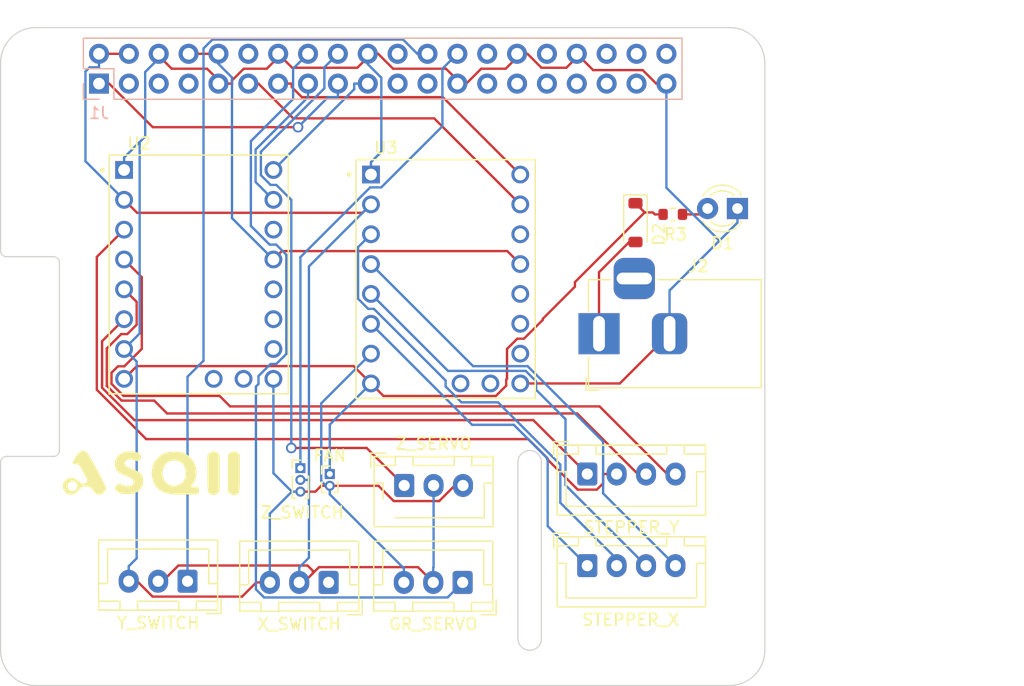
<source format=kicad_pcb>
(kicad_pcb (version 20240108) (generator "pcbnew") (generator_version "8.0")
  (title_block (date "15 nov 2012"))
  (layers (0 "F.Cu" signal) (31 "B.Cu" signal) (34 "B.Paste" user) (35 "F.Paste" user) (36 "B.SilkS" user "B.Silkscreen") (37 "F.SilkS" user "F.Silkscreen") (38 "B.Mask" user) (39 "F.Mask" user) (44 "Edge.Cuts" user))
  (net 0 "")
  (net 1 "GND")
  (net 2 "/GPIO2{slash}SDA1")
  (net 3 "/GPIO3{slash}SCL1")
  (net 4 "/GPIO4{slash}GPCLK0")
  (net 5 "Net-(D1-A)")
  (net 6 "Net-(D2-A)")
  (net 7 "VM")
  (net 8 "/GPIO18{slash}PCM.CLK")
  (net 9 "DIR_1")
  (net 10 "Y_SWITCH")
  (net 11 "UART")
  (net 12 "Z_SWITCH")
  (net 13 "GR_SERVO")
  (net 14 "/GPIO9{slash}SPI0.MISO")
  (net 15 "Z_SERVO")
  (net 16 "/GPIO11{slash}SPI0.SCLK")
  (net 17 "X_SWITCH")
  (net 18 "DIR_2")
  (net 19 "/ID_SDA")
  (net 20 "/ID_SCL")
  (net 21 "/GPIO5")
  (net 22 "/GPIO6")
  (net 23 "/GPIO12{slash}PWM0")
  (net 24 "/GPIO13{slash}PWM1")
  (net 25 "/GPIO19{slash}PCM.FS")
  (net 26 "/GPIO16")
  (net 27 "/GPIO26")
  (net 28 "/GPIO20{slash}PCM.DIN")
  (net 29 "/GPIO21{slash}PCM.DOUT")
  (net 30 "+5V")
  (net 31 "+3V3")
  (net 32 "STEP_2")
  (net 33 "STEP_1")
  (net 36 "M1A2")
  (net 39 "M2B2")
  (net 40 "M2A2")
  (net 42 "M1B2")
  (net 45 "M2B1")
  (net 48 "M1B1")
  (net 49 "M1A1")
  (net 52 "M2A1")
  (footprint "MountingHole:MountingHole_2.7mm_M2.5" (layer "F.Cu") (at 161.5 47.5)
    (property "Reference" "MH2" (hide yes))
    (property "Value" "MountingHole_2.7mm_M2.5" (hide yes))
    (pad "" np_thru_hole circle (at 0 0) (size 2.7 2.7) (drill 2.7) (layers "*.Cu" "*.Mask"))
  )
  (footprint "Connector_PinHeader_1.00mm:PinHeader_1x02_P1.00mm_Vertical" (layer "F.Cu") (at 128 82)
    (property "Reference" "FAN" (at 0 -1.56 180) (layer "F.SilkS"))
    (property "Value" "FAN")
    (pad "1" thru_hole rect (at 0 0) (size 0.85 0.85) (drill 0.5) (layers "*.Cu" "*.Mask") (net 7 "VM"))
    (pad "2" thru_hole oval (at 0 1) (size 0.85 0.85) (drill 0.5) (layers "*.Cu" "*.Mask") (net 1 "GND"))
  )
  (footprint "Diode_SMD:D_SOD-123" (layer "F.Cu") (at 154 60.6 -90)
    (property "Reference" "D2" (at 1 -2 90) (layer "F.SilkS"))
    (property "Value" "1N5819 ")
    (pad "1" smd roundrect (at -1.65 0 270) (size 0.9 1.2) (layers "F.Cu" "F.Paste" "F.Mask") (net 7 "VM"))
    (pad "2" smd roundrect (at 1.65 0 270) (size 0.9 1.2) (layers "F.Cu" "F.Paste" "F.Mask") (net 6 "Net-(D2-A)"))
  )
  (footprint "Connector_JST:JST_XH_B3B-XH-A_1x03_P2.50mm_Vertical" (layer "F.Cu") (at 115.9 91.125 180)
    (property "Reference" "Y_SWITCH" (at 2.5 -3.55 0) (layer "F.SilkS"))
    (property "Value" "Y_SWITCH")
    (pad "1" thru_hole roundrect (at 0 0 180) (size 1.7 1.95) (drill 0.95) (layers "*.Cu" "*.Mask") (roundrect_rratio 0.147059) (net 10 "Y_SWITCH"))
    (pad "2" thru_hole oval (at 2.5 0 180) (size 1.7 1.95) (drill 0.95) (layers "*.Cu" "*.Mask") (net 30 "+5V"))
    (pad "3" thru_hole oval (at 5 0 180) (size 1.7 1.95) (drill 0.95) (layers "*.Cu" "*.Mask") (net 1 "GND"))
  )
  (footprint "Connector_JST:JST_XH_B3B-XH-AM_1x03_P2.50mm_Vertical" (layer "F.Cu") (at 134.33 82.975)
    (property "Reference" "Z_SERVO" (at 2.5 -3.55 0) (layer "F.SilkS"))
    (property "Value" "Z_SERVO")
    (pad "" np_thru_hole circle (at -1.6 2) (size 1.2 1.2) (drill 1.2) (layers "*.Cu" "*.Mask"))
    (pad "1" thru_hole roundrect (at 0 0) (size 1.7 1.95) (drill 0.95) (layers "*.Cu" "*.Mask") (roundrect_rratio 0.147059) (net 15 "Z_SERVO"))
    (pad "2" thru_hole oval (at 2.5 0) (size 1.7 1.95) (drill 0.95) (layers "*.Cu" "*.Mask") (net 30 "+5V"))
    (pad "3" thru_hole oval (at 5 0) (size 1.7 1.95) (drill 0.95) (layers "*.Cu" "*.Mask") (net 1 "GND"))
  )
  (footprint "logos:asqii.logo" (layer "F.Cu") (at 113 82)
    (property "Reference" "G***" (hide yes))
    (property "Value" "LOGO" (hide yes))
  )
  (footprint "Connector_JST:JST_XH_B4B-XH-A_1x04_P2.50mm_Vertical" (layer "F.Cu") (at 149.9 89.8)
    (property "Reference" "STEPPER_X" (at 3.694 4.612 0) (layer "F.SilkS"))
    (property "Value" "STEPPER_X")
    (pad "1" thru_hole roundrect (at 0 0) (size 1.7 1.95) (drill 0.95) (layers "*.Cu" "*.Mask") (roundrect_rratio 0.147059) (net 45 "M2B1"))
    (pad "2" thru_hole oval (at 2.5 0) (size 1.7 1.95) (drill 0.95) (layers "*.Cu" "*.Mask") (net 48 "M1B1"))
    (pad "3" thru_hole oval (at 5 0) (size 1.7 1.95) (drill 0.95) (layers "*.Cu" "*.Mask") (net 52 "M2A1"))
    (pad "4" thru_hole oval (at 7.5 0) (size 1.7 1.95) (drill 0.95) (layers "*.Cu" "*.Mask") (net 49 "M1A1"))
  )
  (footprint "TMC2209:MODULE_TMC2209_SILENTSTEPSTICK" (layer "F.Cu") (at 116.855 65.01)
    (property "Reference" "U2" (at -5.075 -11.155 0) (layer "F.SilkS"))
    (property "Value" "TMC2209_SILENTSTEPSTICK")
    (pad "1" thru_hole rect (at -6.35 -8.89) (size 1.508 1.508) (drill 1) (layers "*.Cu" "*.Mask") (net 1 "GND"))
    (pad "2" thru_hole circle (at -6.35 -6.35) (size 1.508 1.508) (drill 1) (layers "*.Cu" "*.Mask") (net 30 "+5V"))
    (pad "3" thru_hole circle (at -6.35 -3.81) (size 1.508 1.508) (drill 1) (layers "*.Cu" "*.Mask") (net 42 "M1B2"))
    (pad "4" thru_hole circle (at -6.35 -1.27) (size 1.508 1.508) (drill 1) (layers "*.Cu" "*.Mask") (net 36 "M1A2"))
    (pad "5" thru_hole circle (at -6.35 1.27) (size 1.508 1.508) (drill 1) (layers "*.Cu" "*.Mask") (net 40 "M2A2"))
    (pad "6" thru_hole circle (at -6.35 3.81) (size 1.508 1.508) (drill 1) (layers "*.Cu" "*.Mask") (net 39 "M2B2"))
    (pad "7" thru_hole circle (at -6.35 6.35) (size 1.508 1.508) (drill 1) (layers "*.Cu" "*.Mask") (net 1 "GND"))
    (pad "8" thru_hole circle (at -6.35 8.89) (size 1.508 1.508) (drill 1) (layers "*.Cu" "*.Mask") (net 7 "VM"))
    (pad "9" thru_hole circle (at 6.35 -8.89) (size 1.508 1.508) (drill 1) (layers "*.Cu" "*.Mask") (net 18 "DIR_2"))
    (pad "10" thru_hole circle (at 6.35 -6.35) (size 1.508 1.508) (drill 1) (layers "*.Cu" "*.Mask") (net 32 "STEP_2"))
    (pad "11" thru_hole circle (at 6.35 -3.81) (size 1.508 1.508) (drill 1) (layers "*.Cu" "*.Mask"))
    (pad "12" thru_hole circle (at 6.35 -1.27) (size 1.508 1.508) (drill 1) (layers "*.Cu" "*.Mask") (net 11 "UART"))
    (pad "13" thru_hole circle (at 6.35 1.27) (size 1.508 1.508) (drill 1) (layers "*.Cu" "*.Mask"))
    (pad "14" thru_hole circle (at 6.35 3.81) (size 1.508 1.508) (drill 1) (layers "*.Cu" "*.Mask"))
    (pad "15" thru_hole circle (at 6.35 6.35) (size 1.508 1.508) (drill 1) (layers "*.Cu" "*.Mask"))
    (pad "16" thru_hole circle (at 6.35 8.89) (size 1.508 1.508) (drill 1) (layers "*.Cu" "*.Mask") (net 1 "GND"))
    (pad "17" thru_hole circle (at 1.27 8.89) (size 1.508 1.508) (drill 1) (layers "*.Cu" "*.Mask"))
    (pad "18" thru_hole circle (at 3.81 8.89) (size 1.508 1.508) (drill 1) (layers "*.Cu" "*.Mask"))
  )
  (footprint "MountingHole:MountingHole_2.7mm_M2.5" (layer "F.Cu") (at 103.5 96.5)
    (property "Reference" "MH3" (hide yes))
    (property "Value" "MountingHole_2.7mm_M2.5" (hide yes))
    (pad "" np_thru_hole circle (at 0 0) (size 2.7 2.7) (drill 2.7) (layers "*.Cu" "*.Mask"))
  )
  (footprint "MountingHole:MountingHole_2.7mm_M2.5" (layer "F.Cu") (at 103.5 47.5)
    (property "Reference" "MH1" (hide yes))
    (property "Value" "MountingHole_2.7mm_M2.5" (hide yes))
    (pad "" np_thru_hole circle (at 0 0) (size 2.7 2.7) (drill 2.7) (layers "*.Cu" "*.Mask"))
  )
  (footprint "Connector_PinHeader_1.00mm:PinHeader_1x03_P1.00mm_Vertical" (layer "F.Cu") (at 125.5 81.5)
    (property "Reference" "Z_SWITCH" (at 0.154 3.768 180) (layer "F.SilkS"))
    (property "Value" "Z_SWITCH")
    (pad "1" thru_hole rect (at 0 0) (size 0.85 0.85) (drill 0.5) (layers "*.Cu" "*.Mask") (net 12 "Z_SWITCH"))
    (pad "2" thru_hole oval (at 0 1) (size 0.85 0.85) (drill 0.5) (layers "*.Cu" "*.Mask") (net 30 "+5V"))
    (pad "3" thru_hole oval (at 0 2) (size 0.85 0.85) (drill 0.5) (layers "*.Cu" "*.Mask") (net 1 "GND"))
  )
  (footprint "LED_THT:LED_D3.0mm" (layer "F.Cu") (at 162.675 59.4 180)
    (property "Reference" "D1" (at 1.27 -2.96 0) (layer "F.SilkS"))
    (property "Value" "LED")
    (pad "1" thru_hole rect (at 0 0 180) (size 1.8 1.8) (drill 0.9) (layers "*.Cu" "*.Mask") (net 1 "GND"))
    (pad "2" thru_hole circle (at 2.54 0 180) (size 1.8 1.8) (drill 0.9) (layers "*.Cu" "*.Mask") (net 5 "Net-(D1-A)"))
  )
  (footprint "Connector_JST:JST_XH_B3B-XH-A_1x03_P2.50mm_Vertical" (layer "F.Cu") (at 127.9 91.225 180)
    (property "Reference" "X_SWITCH" (at 2.5 -3.55 0) (layer "F.SilkS"))
    (property "Value" "X_SWITCH")
    (pad "1" thru_hole roundrect (at 0 0 180) (size 1.7 1.95) (drill 0.95) (layers "*.Cu" "*.Mask") (roundrect_rratio 0.147059) (net 17 "X_SWITCH"))
    (pad "2" thru_hole oval (at 2.5 0 180) (size 1.7 1.95) (drill 0.95) (layers "*.Cu" "*.Mask") (net 30 "+5V"))
    (pad "3" thru_hole oval (at 5 0 180) (size 1.7 1.95) (drill 0.95) (layers "*.Cu" "*.Mask") (net 1 "GND"))
  )
  (footprint "MountingHole:MountingHole_2.7mm_M2.5" (layer "F.Cu") (at 161.5 96.5)
    (property "Reference" "MH4" (hide yes))
    (property "Value" "MountingHole_2.7mm_M2.5" (hide yes))
    (pad "" np_thru_hole circle (at 0 0) (size 2.7 2.7) (drill 2.7) (layers "*.Cu" "*.Mask"))
  )
  (footprint "Connector_JST:JST_XH_B3B-XH-A_1x03_P2.50mm_Vertical" (layer "F.Cu") (at 139.3 91.225 180)
    (property "Reference" "GR_SERVO" (at 2.5 -3.55 0) (layer "F.SilkS"))
    (property "Value" "GR_SERVO")
    (pad "1" thru_hole roundrect (at 0 0 180) (size 1.7 1.95) (drill 0.95) (layers "*.Cu" "*.Mask") (roundrect_rratio 0.147059) (net 13 "GR_SERVO"))
    (pad "2" thru_hole oval (at 2.5 0 180) (size 1.7 1.95) (drill 0.95) (layers "*.Cu" "*.Mask") (net 30 "+5V"))
    (pad "3" thru_hole oval (at 5 0 180) (size 1.7 1.95) (drill 0.95) (layers "*.Cu" "*.Mask") (net 1 "GND"))
  )
  (footprint "Resistor_SMD:R_0603_1608Metric" (layer "F.Cu") (at 157.175 59.9 180)
    (property "Reference" "R3" (at -0.225 -1.7 0) (layer "F.SilkS"))
    (property "Value" "470Ω")
    (pad "1" smd roundrect (at -0.825 0 180) (size 0.8 0.95) (layers "F.Cu" "F.Paste" "F.Mask") (net 5 "Net-(D1-A)"))
    (pad "2" smd roundrect (at 0.825 0 180) (size 0.8 0.95) (layers "F.Cu" "F.Paste" "F.Mask") (net 7 "VM"))
  )
  (footprint "Connector_JST:JST_XH_B4B-XH-A_1x04_P2.50mm_Vertical" (layer "F.Cu") (at 149.9 82)
    (property "Reference" "STEPPER_Y" (at 3.75 4.538 0) (layer "F.SilkS"))
    (property "Value" "STEPPER_Y")
    (pad "1" thru_hole roundrect (at 0 0) (size 1.7 1.95) (drill 0.95) (layers "*.Cu" "*.Mask") (roundrect_rratio 0.147059) (net 39 "M2B2"))
    (pad "2" thru_hole oval (at 2.5 0) (size 1.7 1.95) (drill 0.95) (layers "*.Cu" "*.Mask") (net 42 "M1B2"))
    (pad "3" thru_hole oval (at 5 0) (size 1.7 1.95) (drill 0.95) (layers "*.Cu" "*.Mask") (net 40 "M2A2"))
    (pad "4" thru_hole oval (at 7.5 0) (size 1.7 1.95) (drill 0.95) (layers "*.Cu" "*.Mask") (net 36 "M1A2"))
  )
  (footprint "Connector_BarrelJack:BarrelJack_Horizontal" (layer "F.Cu") (at 150.9 70.0575 180)
    (property "Reference" "J2" (at -8.45 5.75 0) (layer "F.SilkS"))
    (property "Value" "Barrel_Jack")
    (pad "1" thru_hole rect (at 0 0 180) (size 3.5 3.5) (drill oval 1 3) (layers "*.Cu" "*.Mask") (net 6 "Net-(D2-A)"))
    (pad "2" thru_hole roundrect (at -6 0 180) (size 3 3.5) (drill oval 1 3) (layers "*.Cu" "*.Mask") (net 1 "GND"))
    (pad "3" thru_hole roundrect (at -3 4.7 180) (size 3.5 3.5) (drill oval 3 1) (layers "*.Cu" "*.Mask"))
  )
  (footprint "TMC2209:MODULE_TMC2209_SILENTSTEPSTICK" (layer "F.Cu") (at 137.8525 65.4)
    (property "Reference" "U3" (at -5.075 -11.155 0) (layer "F.SilkS"))
    (property "Value" "TMC2209_SILENTSTEPSTICK")
    (pad "1" thru_hole rect (at -6.35 -8.89) (size 1.508 1.508) (drill 1) (layers "*.Cu" "*.Mask") (net 1 "GND"))
    (pad "2" thru_hole circle (at -6.35 -6.35) (size 1.508 1.508) (drill 1) (layers "*.Cu" "*.Mask") (net 30 "+5V"))
    (pad "3" thru_hole circle (at -6.35 -3.81) (size 1.508 1.508) (drill 1) (layers "*.Cu" "*.Mask") (net 48 "M1B1"))
    (pad "4" thru_hole circle (at -6.35 -1.27) (size 1.508 1.508) (drill 1) (layers "*.Cu" "*.Mask") (net 49 "M1A1"))
    (pad "5" thru_hole circle (at -6.35 1.27) (size 1.508 1.508) (drill 1) (layers "*.Cu" "*.Mask") (net 52 "M2A1"))
    (pad "6" thru_hole circle (at -6.35 3.81) (size 1.508 1.508) (drill 1) (layers "*.Cu" "*.Mask") (net 45 "M2B1"))
    (pad "7" thru_hole circle (at -6.35 6.35) (size 1.508 1.508) (drill 1) (layers "*.Cu" "*.Mask") (net 1 "GND"))
    (pad "8" thru_hole circle (at -6.35 8.89) (size 1.508 1.508) (drill 1) (layers "*.Cu" "*.Mask") (net 7 "VM"))
    (pad "9" thru_hole circle (at 6.35 -8.89) (size 1.508 1.508) (drill 1) (layers "*.Cu" "*.Mask") (net 9 "DIR_1"))
    (pad "10" thru_hole circle (at 6.35 -6.35) (size 1.508 1.508) (drill 1) (layers "*.Cu" "*.Mask") (net 33 "STEP_1"))
    (pad "11" thru_hole circle (at 6.35 -3.81) (size 1.508 1.508) (drill 1) (layers "*.Cu" "*.Mask"))
    (pad "12" thru_hole circle (at 6.35 -1.27) (size 1.508 1.508) (drill 1) (layers "*.Cu" "*.Mask") (net 11 "UART"))
    (pad "13" thru_hole circle (at 6.35 1.27) (size 1.508 1.508) (drill 1) (layers "*.Cu" "*.Mask"))
    (pad "14" thru_hole circle (at 6.35 3.81) (size 1.508 1.508) (drill 1) (layers "*.Cu" "*.Mask"))
    (pad "15" thru_hole circle (at 6.35 6.35) (size 1.508 1.508) (drill 1) (layers "*.Cu" "*.Mask"))
    (pad "16" thru_hole circle (at 6.35 8.89) (size 1.508 1.508) (drill 1) (layers "*.Cu" "*.Mask") (net 1 "GND"))
    (pad "17" thru_hole circle (at 1.27 8.89) (size 1.508 1.508) (drill 1) (layers "*.Cu" "*.Mask"))
    (pad "18" thru_hole circle (at 3.81 8.89) (size 1.508 1.508) (drill 1) (layers "*.Cu" "*.Mask"))
  )
  (footprint "Connector_PinSocket_2.54mm:PinSocket_2x20_P2.54mm_Vertical" (layer "B.Cu") (at 108.37 48.77 -90)
    (property "Reference" "J1" (at 2.5 0 0) (layer "B.SilkS") (effects (justify mirror)))
    (property "Value" "GPIO")
    (pad "1" thru_hole rect (at 0 0 270) (size 1.7 1.7) (drill 1) (layers "*.Cu" "*.Mask") (net 31 "+3V3"))
    (pad "2" thru_hole oval (at -2.54 0 270) (size 1.7 1.7) (drill 1) (layers "*.Cu" "*.Mask") (net 30 "+5V"))
    (pad "3" thru_hole oval (at 0 -2.54 270) (size 1.7 1.7) (drill 1) (layers "*.Cu" "*.Mask") (net 2 "/GPIO2{slash}SDA1"))
    (pad "4" thru_hole oval (at -2.54 -2.54 270) (size 1.7 1.7) (drill 1) (layers "*.Cu" "*.Mask") (net 30 "+5V"))
    (pad "5" thru_hole oval (at 0 -5.08 270) (size 1.7 1.7) (drill 1) (layers "*.Cu" "*.Mask") (net 3 "/GPIO3{slash}SCL1"))
    (pad "6" thru_hole oval (at -2.54 -5.08 270) (size 1.7 1.7) (drill 1) (layers "*.Cu" "*.Mask") (net 1 "GND"))
    (pad "7" thru_hole oval (at 0 -7.62 270) (size 1.7 1.7) (drill 1) (layers "*.Cu" "*.Mask") (net 4 "/GPIO4{slash}GPCLK0"))
    (pad "8" thru_hole oval (at -2.54 -7.62 270) (size 1.7 1.7) (drill 1) (layers "*.Cu" "*.Mask") (net 11 "UART"))
    (pad "9" thru_hole oval (at 0 -10.16 270) (size 1.7 1.7) (drill 1) (layers "*.Cu" "*.Mask") (net 1 "GND"))
    (pad "10" thru_hole oval (at -2.54 -10.16 270) (size 1.7 1.7) (drill 1) (layers "*.Cu" "*.Mask") (net 11 "UART"))
    (pad "11" thru_hole oval (at 0 -12.7 270) (size 1.7 1.7) (drill 1) (layers "*.Cu" "*.Mask") (net 33 "STEP_1"))
    (pad "12" thru_hole oval (at -2.54 -12.7 270) (size 1.7 1.7) (drill 1) (layers "*.Cu" "*.Mask") (net 8 "/GPIO18{slash}PCM.CLK"))
    (pad "13" thru_hole oval (at 0 -15.24 270) (size 1.7 1.7) (drill 1) (layers "*.Cu" "*.Mask") (net 9 "DIR_1"))
    (pad "14" thru_hole oval (at -2.54 -15.24 270) (size 1.7 1.7) (drill 1) (layers "*.Cu" "*.Mask") (net 1 "GND"))
    (pad "15" thru_hole oval (at 0 -17.78 270) (size 1.7 1.7) (drill 1) (layers "*.Cu" "*.Mask") (net 32 "STEP_2"))
    (pad "16" thru_hole oval (at -2.54 -17.78 270) (size 1.7 1.7) (drill 1) (layers "*.Cu" "*.Mask") (net 13 "GR_SERVO"))
    (pad "17" thru_hole oval (at 0 -20.32 270) (size 1.7 1.7) (drill 1) (layers "*.Cu" "*.Mask") (net 31 "+3V3"))
    (pad "18" thru_hole oval (at -2.54 -20.32 270) (size 1.7 1.7) (drill 1) (layers "*.Cu" "*.Mask") (net 15 "Z_SERVO"))
    (pad "19" thru_hole oval (at 0 -22.86 270) (size 1.7 1.7) (drill 1) (layers "*.Cu" "*.Mask") (net 18 "DIR_2"))
    (pad "20" thru_hole oval (at -2.54 -22.86 270) (size 1.7 1.7) (drill 1) (layers "*.Cu" "*.Mask") (net 1 "GND"))
    (pad "21" thru_hole oval (at 0 -25.4 270) (size 1.7 1.7) (drill 1) (layers "*.Cu" "*.Mask") (net 14 "/GPIO9{slash}SPI0.MISO"))
    (pad "22" thru_hole oval (at -2.54 -25.4 270) (size 1.7 1.7) (drill 1) (layers "*.Cu" "*.Mask") (net 17 "X_SWITCH"))
    (pad "23" thru_hole oval (at 0 -27.94 270) (size 1.7 1.7) (drill 1) (layers "*.Cu" "*.Mask") (net 16 "/GPIO11{slash}SPI0.SCLK"))
    (pad "24" thru_hole oval (at -2.54 -27.94 270) (size 1.7 1.7) (drill 1) (layers "*.Cu" "*.Mask") (net 10 "Y_SWITCH"))
    (pad "25" thru_hole oval (at 0 -30.48 270) (size 1.7 1.7) (drill 1) (layers "*.Cu" "*.Mask") (net 1 "GND"))
    (pad "26" thru_hole oval (at -2.54 -30.48 270) (size 1.7 1.7) (drill 1) (layers "*.Cu" "*.Mask") (net 12 "Z_SWITCH"))
    (pad "27" thru_hole oval (at 0 -33.02 270) (size 1.7 1.7) (drill 1) (layers "*.Cu" "*.Mask") (net 19 "/ID_SDA"))
    (pad "28" thru_hole oval (at -2.54 -33.02 270) (size 1.7 1.7) (drill 1) (layers "*.Cu" "*.Mask") (net 20 "/ID_SCL"))
    (pad "29" thru_hole oval (at 0 -35.56 270) (size 1.7 1.7) (drill 1) (layers "*.Cu" "*.Mask") (net 21 "/GPIO5"))
    (pad "30" thru_hole oval (at -2.54 -35.56 270) (size 1.7 1.7) (drill 1) (layers "*.Cu" "*.Mask") (net 1 "GND"))
    (pad "31" thru_hole oval (at 0 -38.1 270) (size 1.7 1.7) (drill 1) (layers "*.Cu" "*.Mask") (net 22 "/GPIO6"))
    (pad "32" thru_hole oval (at -2.54 -38.1 270) (size 1.7 1.7) (drill 1) (layers "*.Cu" "*.Mask") (net 23 "/GPIO12{slash}PWM0"))
    (pad "33" thru_hole oval (at 0 -40.64 270) (size 1.7 1.7) (drill 1) (layers "*.Cu" "*.Mask") (net 24 "/GPIO13{slash}PWM1"))
    (pad "34" thru_hole oval (at -2.54 -40.64 270) (size 1.7 1.7) (drill 1) (layers "*.Cu" "*.Mask") (net 1 "GND"))
    (pad "35" thru_hole oval (at 0 -43.18 270) (size 1.7 1.7) (drill 1) (layers "*.Cu" "*.Mask") (net 25 "/GPIO19{slash}PCM.FS"))
    (pad "36" thru_hole oval (at -2.54 -43.18 270) (size 1.7 1.7) (drill 1) (layers "*.Cu" "*.Mask") (net 26 "/GPIO16"))
    (pad "37" thru_hole oval (at 0 -45.72 270) (size 1.7 1.7) (drill 1) (layers "*.Cu" "*.Mask") (net 27 "/GPIO26"))
    (pad "38" thru_hole oval (at -2.54 -45.72 270) (size 1.7 1.7) (drill 1) (layers "*.Cu" "*.Mask") (net 28 "/GPIO20{slash}PCM.DIN"))
    (pad "39" thru_hole oval (at 0 -48.26 270) (size 1.7 1.7) (drill 1) (layers "*.Cu" "*.Mask") (net 1 "GND"))
    (pad "40" thru_hole oval (at -2.54 -48.26 270) (size 1.7 1.7) (drill 1) (layers "*.Cu" "*.Mask") (net 29 "/GPIO21{slash}PCM.DOUT"))
  )
  (gr_arc (start 100.5 63.5) (mid 100.146447 63.353553) (end 100 63) (stroke (width 0.1)) (layer "Edge.Cuts"))
  (gr_arc (start 162 44) (mid 164.12132 44.87868) (end 165 47) (stroke (width 0.1)) (layer "Edge.Cuts"))
  (gr_line (start 165 97) (end 165 47) (stroke (width 0.1)) (layer "Edge.Cuts"))
  (gr_line (start 100 47) (end 100 63) (stroke (width 0.1)) (layer "Edge.Cuts"))
  (gr_line (start 146 81) (end 146 96) (stroke (width 0.1)) (layer "Edge.Cuts"))
  (gr_line (start 144 96) (end 144 81) (stroke (width 0.1)) (layer "Edge.Cuts"))
  (gr_arc (start 103 100) (mid 100.87868 99.12132) (end 100 97) (stroke (width 0.1)) (layer "Edge.Cuts"))
  (gr_line (start 103 100) (end 162 100) (stroke (width 0.1)) (layer "Edge.Cuts"))
  (gr_line (start 104.5 80.5) (end 100.5 80.5) (stroke (width 0.1)) (layer "Edge.Cuts"))
  (gr_arc (start 144 81) (mid 145 80) (end 146 81) (stroke (width 0.1)) (layer "Edge.Cuts"))
  (gr_arc (start 100 81) (mid 100.146138 80.646755) (end 100.499127 80.500001) (stroke (width 0.1)) (layer "Edge.Cuts"))
  (gr_arc (start 165 97) (mid 164.12132 99.12132) (end 162 100) (stroke (width 0.1)) (layer "Edge.Cuts"))
  (gr_line (start 105 64) (end 105 80) (stroke (width 0.1)) (layer "Edge.Cuts"))
  (gr_arc (start 100 47) (mid 100.87868 44.87868) (end 103 44) (stroke (width 0.1)) (layer "Edge.Cuts"))
  (gr_arc (start 146 96) (mid 145 97) (end 144 96) (stroke (width 0.1)) (layer "Edge.Cuts"))
  (gr_line (start 100 81) (end 100 97) (stroke (width 0.1)) (layer "Edge.Cuts"))
  (gr_line (start 100.5 63.5) (end 104.5 63.5) (stroke (width 0.1)) (layer "Edge.Cuts"))
  (gr_arc (start 105 80) (mid 104.853553 80.353553) (end 104.5 80.5) (stroke (width 0.1)) (layer "Edge.Cuts"))
  (gr_arc (start 104.5 63.5) (mid 104.853553 63.646447) (end 105 64) (stroke (width 0.1)) (layer "Edge.Cuts"))
  (gr_line (start 162 44) (end 103 44) (stroke (width 0.1)) (layer "Edge.Cuts"))
  (segment (start 110.9 91.125) (end 111.6198 91.125) (width 0.2) (layer "F.Cu") (net 1))
  (segment (start 119.1059 48.77) (end 119.6817 48.77) (width 0.2) (layer "F.Cu") (net 1))
  (segment (start 118.8312 48.77) (end 117.5612 47.5) (width 0.2) (layer "F.Cu") (net 1))
  (segment (start 144.8132 46.23) (end 143.93 46.23) (width 0.2) (layer "F.Cu") (net 1))
  (segment (start 124.8006 47.4206) (end 123.61 46.23) (width 0.2) (layer "F.Cu") (net 1))
  (segment (start 137.3017 84.3033) (end 138.63 82.975) (width 0.2) (layer "F.Cu") (net 1))
  (segment (start 125.5 83.5) (end 126.7733 83.5) (width 0.2) (layer "F.Cu") (net 1))
  (segment (start 149.01 46.23) (end 149.3112 46.23) (width 0.2) (layer "F.Cu") (net 1))
  (segment (start 123.9112 46.23) (end 122.6412 47.5) (width 0.2) (layer "F.Cu") (net 1))
  (segment (start 149.3112 46.23) (end 148.1206 47.4206) (width 0.2) (layer "F.Cu") (net 1))
  (segment (start 156.9 70.0575) (end 152.6675 74.29) (width 0.2) (layer "F.Cu") (net 1))
  (segment (start 131.23 46.23) (end 131.5312 46.23) (width 0.2) (layer "F.Cu") (net 1))
  (segment (start 120.6832 47.5) (end 119.6817 48.5015) (width 0.2) (layer "F.Cu") (net 1))
  (segment (start 117.5612 47.5) (end 114.556 47.5) (width 0.2) (layer "F.Cu") (net 1))
  (segment (start 131.5312 46.23) (end 130.3406 47.4206) (width 0.2) (layer "F.Cu") (net 1))
  (segment (start 123.61 46.23) (end 123.9112 46.23) (width 0.2) (layer "F.Cu") (net 1))
  (segment (start 148.1206 47.4206) (end 146.0038 47.4206) (width 0.2) (layer "F.Cu") (net 1))
  (segment (start 114.556 47.5) (end 113.45 46.394) (width 0.2) (layer "F.Cu") (net 1))
  (segment (start 138.63 82.975) (end 139.33 82.975) (width 0.2) (layer "F.Cu") (net 1))
  (segment (start 155.7663 48.77) (end 154.6146 47.6183) (width 0.2) (layer "F.Cu") (net 1))
  (segment (start 111.6198 91.125) (end 112.9278 92.433) (width 0.2) (layer "F.Cu") (net 1))
  (segment (start 146.0038 47.4206) (end 144.8132 46.23) (width 0.2) (layer "F.Cu") (net 1))
  (segment (start 120.5403 92.433) (end 121.7483 91.225) (width 0.2) (layer "F.Cu") (net 1))
  (segment (start 119.6817 48.5015) (end 119.6817 48.77) (width 0.2) (layer "F.Cu") (net 1))
  (segment (start 142.9612 47.5) (end 140.8795 47.5) (width 0.2) (layer "F.Cu") (net 1))
  (segment (start 140.8795 47.5) (end 139.6095 48.77) (width 0.2) (layer "F.Cu") (net 1))
  (segment (start 118.53 48.77) (end 118.8312 48.77) (width 0.2) (layer "F.Cu") (net 1))
  (segment (start 139.1512 48.77) (end 137.8812 47.5) (width 0.2) (layer "F.Cu") (net 1))
  (segment (start 156.63 48.77) (end 155.7663 48.77) (width 0.2) (layer "F.Cu") (net 1))
  (segment (start 121.7483 91.225) (end 122.9 91.225) (width 0.2) (layer "F.Cu") (net 1))
  (segment (start 112.9278 92.433) (end 120.5403 92.433) (width 0.2) (layer "F.Cu") (net 1))
  (segment (start 138.85 48.77) (end 139.1512 48.77) (width 0.2) (layer "F.Cu") (net 1))
  (segment (start 127.6367 83) (end 127.2733 83) (width 0.2) (layer "F.Cu") (net 1))
  (segment (start 143.93 46.23) (end 144.2312 46.23) (width 0.2) (layer "F.Cu") (net 1))
  (segment (start 137.8812 47.5) (end 133.3832 47.5) (width 0.2) (layer "F.Cu") (net 1))
  (segment (start 130.3406 47.4206) (end 124.8006 47.4206) (width 0.2) (layer "F.Cu") (net 1))
  (segment (start 152.6675 74.29) (end 144.2025 74.29) (width 0.2) (layer "F.Cu") (net 1))
  (segment (start 144.2312 46.23) (end 142.9612 47.5) (width 0.2) (layer "F.Cu") (net 1))
  (segment (start 122.6412 47.5) (end 120.6832 47.5) (width 0.2) (layer "F.Cu") (net 1))
  (segment (start 139.6095 48.77) (end 139.1512 48.77) (width 0.2) (layer "F.Cu") (net 1))
  (segment (start 133.4427 84.3033) (end 137.3017 84.3033) (width 0.2) (layer "F.Cu") (net 1))
  (segment (start 150.3983 47.6183) (end 149.01 46.23) (width 0.2) (layer "F.Cu") (net 1))
  (segment (start 127.6367 83) (end 128 83) (width 0.2) (layer "F.Cu") (net 1))
  (segment (start 154.6146 47.6183) (end 150.3983 47.6183) (width 0.2) (layer "F.Cu") (net 1))
  (segment (start 133.3832 47.5) (end 132.1132 46.23) (width 0.2) (layer "F.Cu") (net 1))
  (segment (start 126.7733 83.5) (end 127.2733 83) (width 0.2) (layer "F.Cu") (net 1))
  (segment (start 119.1059 48.77) (end 118.8312 48.77) (width 0.2) (layer "F.Cu") (net 1))
  (segment (start 128 83) (end 132.1394 83) (width 0.2) (layer "F.Cu") (net 1))
  (segment (start 132.1132 46.23) (end 131.5312 46.23) (width 0.2) (layer "F.Cu") (net 1))
  (segment (start 113.45 46.394) (end 113.45 46.23) (width 0.2) (layer "F.Cu") (net 1))
  (segment (start 132.1394 83) (end 133.4427 84.3033) (width 0.2) (layer "F.Cu") (net 1))
  (segment (start 131.5025 56.51) (end 131.5025 55.4543) (width 0.2) (layer "B.Cu") (net 1))
  (segment (start 131.23 47.1132) (end 131.23 46.23) (width 0.2) (layer "B.Cu") (net 1))
  (segment (start 128 83) (end 128 83.025) (width 0.2) (layer "B.Cu") (net 1))
  (segment (start 134.3 89.9483) (end 134.2216 89.9483) (width 0.2) (layer "B.Cu") (net 1))
  (segment (start 112.2983 53.271) (end 111.8287 53.7406) (width 0.2) (layer "B.Cu") (net 1))
  (segment (start 112.2983 47.78055) (end 112.2983 53.271) (width 0.2) (layer "B.Cu") (net 1))
  (segment (start 127.2733 82.5964) (end 127.2733 75.9792) (width 0.2) (layer "B.Cu") (net 1))
  (segment (start 110.505 56.12) (end 110.505 55.0643) (width 0.2) (layer "B.Cu") (net 1))
  (segment (start 111.8287 53.7406) (end 111.8287 70.0363) (width 0.2) (layer "B.Cu") (net 1))
  (segment (start 156.63 57.6327) (end 161.137 62.1397) (width 0.2) (layer "B.Cu") (net 1))
  (segment (start 110.9 91.125) (end 110.9 89.8483) (width 0.2) (layer "B.Cu") (net 1))
  (segment (start 156.9 66.3767) (end 161.137 62.1397) (width 0.2) (layer "B.Cu") (net 1))
  (segment (start 127.2733 75.9792) (end 131.5025 71.75) (width 0.2) (layer "B.Cu") (net 1))
  (segment (start 113.45 46.23) (end 113.45 46.62885) (width 0.2) (layer "B.Cu") (net 1))
  (segment (start 111.8287 53.7406) (end 110.505 55.0643) (width 0.2) (layer "B.Cu") (net 1))
  (segment (start 127.7019 83.025) (end 127.2733 82.5964) (width 0.2) (layer "B.Cu") (net 1))
  (segment (start 111.5749 89.1734) (end 110.9 89.8483) (width 0.2) (layer "B.Cu") (net 1))
  (segment (start 128 83.025) (end 127.7019 83.025) (width 0.2) (layer "B.Cu") (net 1))
  (segment (start 162.675 59.4) (end 162.675 60.6017) (width 0.2) (layer "B.Cu") (net 1))
  (segment (start 113.45 46.62885) (end 112.2983 47.78055) (width 0.2) (layer "B.Cu") (net 1))
  (segment (start 111.8287 70.0363) (end 110.505 71.36) (width 0.2) (layer "B.Cu") (net 1))
  (segment (start 134.3 91.225) (end 134.3 89.9483) (width 0.2) (layer "B.Cu") (net 1))
  (segment (start 131.5025 55.4543) (end 132.3846 54.5722) (width 0.2) (layer "B.Cu") (net 1))
  (segment (start 128 83.025) (end 128 83.7267) (width 0.2) (layer "B.Cu") (net 1))
  (segment (start 156.63 48.77) (end 156.63 57.6327) (width 0.2) (layer "B.Cu") (net 1))
  (segment (start 132.3846 54.5722) (end 132.3846 48.2678) (width 0.2) (layer "B.Cu") (net 1))
  (segment (start 132.3846 48.2678) (end 131.23 47.1132) (width 0.2) (layer "B.Cu") (net 1))
  (segment (start 122.9 85.3733) (end 124.7733 83.5) (width 0.2) (layer "B.Cu") (net 1))
  (segment (start 122.9 91.225) (end 122.9 85.3733) (width 0.2) (layer "B.Cu") (net 1))
  (segment (start 134.2216 89.9483) (end 128 83.7267) (width 0.2) (layer "B.Cu") (net 1))
  (segment (start 110.505 71.36) (end 111.5749 72.4299) (width 0.2) (layer "B.Cu") (net 1))
  (segment (start 123.205 73.9) (end 123.205 81.9317) (width 0.2) (layer "B.Cu") (net 1))
  (segment (start 156.9 70.0575) (end 156.9 66.3767) (width 0.2) (layer "B.Cu") (net 1))
  (segment (start 123.205 81.9317) (end 124.7733 83.5) (width 0.2) (layer "B.Cu") (net 1))
  (segment (start 111.5749 72.4299) (end 111.5749 89.1734) (width 0.2) (layer "B.Cu") (net 1))
  (segment (start 125.5 83.5) (end 124.7733 83.5) (width 0.2) (layer "B.Cu") (net 1))
  (segment (start 161.137 62.1397) (end 162.675 60.6017) (width 0.2) (layer "B.Cu") (net 1))
  (segment (start 159.635 59.9) (end 160.135 59.4) (width 0.2) (layer "F.Cu") (net 5))
  (segment (start 158 59.9) (end 159.635 59.9) (width 0.2) (layer "F.Cu") (net 5))
  (segment (start 150.9 70.0575) (end 150.9 64.8194) (width 0.2) (layer "F.Cu") (net 6))
  (segment (start 153.4694 62.25) (end 154 62.25) (width 0.2) (layer "F.Cu") (net 6))
  (segment (start 150.9 64.8194) (end 153.4694 62.25) (width 0.2) (layer "F.Cu") (net 6))
  (segment (start 144.516 70.48) (end 143.947 70.48) (width 0.2) (layer "F.Cu") (net 7))
  (segment (start 146.1209 68.8751) (end 144.516 70.48) (width 0.2) (layer "F.Cu") (net 7))
  (segment (start 148.8498 66.0536) (end 146.1209 68.7825) (width 0.2) (layer "F.Cu") (net 7))
  (segment (start 143.006 73.956) (end 143.006 74.4758) (width 0.2) (layer "F.Cu") (net 7))
  (segment (start 143.006 74.4758) (end 142.1287 75.3531) (width 0.2) (layer "F.Cu") (net 7))
  (segment (start 148.8498 65.6655) (end 148.8498 66.0536) (width 0.2) (layer "F.Cu") (net 7))
  (segment (start 132.5656 75.3531) (end 131.5025 74.29) (width 0.2) (layer "F.Cu") (net 7))
  (segment (start 143.0739 73.8881) (end 143.006 73.956) (width 0.2) (layer "F.Cu") (net 7))
  (segment (start 154.7827 59.7326) (end 148.8498 65.6655) (width 0.2) (layer "F.Cu") (net 7))
  (segment (start 155.65 59.9) (end 155.4826 59.7326) (width 0.2) (layer "F.Cu") (net 7))
  (segment (start 111.5907 72.8143) (end 130.0268 72.8143) (width 0.2) (layer "F.Cu") (net 7))
  (segment (start 110.505 73.9) (end 111.5907 72.8143) (width 0.2) (layer "F.Cu") (net 7))
  (segment (start 156.35 59.9) (end 155.65 59.9) (width 0.2) (layer "F.Cu") (net 7))
  (segment (start 130.0268 72.8143) (end 131.5025 74.29) (width 0.2) (layer "F.Cu") (net 7))
  (segment (start 143.947 70.48) (end 143.0739 71.3531) (width 0.2) (layer "F.Cu") (net 7))
  (segment (start 146.1209 68.7825) (end 146.1209 68.8751) (width 0.2) (layer "F.Cu") (net 7))
  (segment (start 154.7827 59.7326) (end 154 58.95) (width 0.2) (layer "F.Cu") (net 7))
  (segment (start 143.0739 71.3531) (end 143.0739 73.8881) (width 0.2) (layer "F.Cu") (net 7))
  (segment (start 155.4826 59.7326) (end 154.7827 59.7326) (width 0.2) (layer "F.Cu") (net 7))
  (segment (start 142.1287 75.3531) (end 132.5656 75.3531) (width 0.2) (layer "F.Cu") (net 7))
  (segment (start 128 82) (end 128 77.7925) (width 0.2) (layer "B.Cu") (net 7))
  (segment (start 128 77.7925) (end 131.5025 74.29) (width 0.2) (layer "B.Cu") (net 7))
  (segment (start 124.7617 48.77) (end 124.7617 49.058) (width 0.2) (layer "F.Cu") (net 9))
  (segment (start 125.6254 49.9217) (end 137.6142 49.9217) (width 0.2) (layer "F.Cu") (net 9))
  (segment (start 137.6142 49.9217) (end 144.2025 56.51) (width 0.2) (layer "F.Cu") (net 9))
  (segment (start 123.61 48.77) (end 124.7617 48.77) (width 0.2) (layer "F.Cu") (net 9))
  (segment (start 124.7617 49.058) (end 125.6254 49.9217) (width 0.2) (layer "F.Cu") (net 9))
  (segment (start 117.26 45.7757) (end 117.26 72.3538) (width 0.2) (layer "B.Cu") (net 10))
  (segment (start 135.4462 46.23) (end 134.2339 45.0177) (width 0.2) (layer "B.Cu") (net 10))
  (segment (start 136.31 46.23) (end 135.4462 46.23) (width 0.2) (layer "B.Cu") (net 10))
  (segment (start 134.2339 45.0177) (end 118.018 45.0177) (width 0.2) (layer "B.Cu") (net 10))
  (segment (start 117.26 72.3538) (end 115.9 73.7138) (width 0.2) (layer "B.Cu") (net 10))
  (segment (start 118.018 45.0177) (end 117.26 45.7757) (width 0.2) (layer "B.Cu") (net 10))
  (segment (start 115.9 73.7138) (end 115.9 91.125) (width 0.2) (layer "B.Cu") (net 10))
  (segment (start 118.53 46.23) (end 115.99 46.23) (width 0.2) (layer "F.Cu") (net 11))
  (segment (start 144.2025 64.13) (end 143.0975 63.025) (width 0.2) (layer "F.Cu") (net 11))
  (segment (start 143.0975 63.025) (end 123.92 63.025) (width 0.2) (layer "F.Cu") (net 11))
  (segment (start 123.92 63.025) (end 123.205 63.74) (width 0.2) (layer "F.Cu") (net 11))
  (segment (start 119.6817 60.2167) (end 123.205 63.74) (width 0.2) (layer "B.Cu") (net 11))
  (segment (start 118.53 46.23) (end 118.53 47.0937) (width 0.2) (layer "B.Cu") (net 11))
  (segment (start 119.6817 48.2454) (end 119.6817 60.2167) (width 0.2) (layer "B.Cu") (net 11))
  (segment (start 118.53 47.0937) (end 119.6817 48.2454) (width 0.2) (layer "B.Cu") (net 11))
  (segment (start 137.58 52.3993) (end 137.58 47.5) (width 0.2) (layer "B.Cu") (net 12))
  (segment (start 137.58 47.5) (end 138.85 46.23) (width 0.2) (layer "B.Cu") (net 12))
  (segment (start 132.3772 57.6021) (end 137.58 52.3993) (width 0.2) (layer "B.Cu") (net 12))
  (segment (start 125.5 81.5) (end 125.5 63.5392) (width 0.2) (layer "B.Cu") (net 12))
  (segment (start 131.4371 57.6021) (end 132.3772 57.6021) (width 0.2) (layer "B.Cu") (net 12))
  (segment (start 125.5 63.5392) (end 131.4371 57.6021) (width 0.2) (layer "B.Cu") (net 12))
  (segment (start 123.4377 62.47) (end 124.3023 63.3346) (width 0.2) (layer "B.Cu") (net 13))
  (segment (start 121.7192 74.5538) (end 121.7192 91.8108) (width 0.2) (layer "B.Cu") (net 13))
  (segment (start 138.0185 92.5065) (end 139.3 91.225) (width 0.2) (layer "B.Cu") (net 13))
  (segment (start 121.2872 60.8791) (end 122.8781 62.47) (width 0.2) (layer "B.Cu") (net 13))
  (segment (start 124.3023 71.7785) (end 123.4508 72.63) (width 0.2) (layer "B.Cu") (net 13))
  (segment (start 122.9658 72.63) (end 121.935 73.6608) (width 0.2) (layer "B.Cu") (net 13))
  (segment (start 122.8781 62.47) (end 123.4377 62.47) (width 0.2) (layer "B.Cu") (net 13))
  (segment (start 124.88 47.5) (end 124.88 50.0764) (width 0.2) (layer "B.Cu") (net 13))
  (segment (start 124.3023 63.3346) (end 124.3023 71.7785) (width 0.2) (layer "B.Cu") (net 13))
  (segment (start 123.4508 72.63) (end 122.9658 72.63) (width 0.2) (layer "B.Cu") (net 13))
  (segment (start 121.935 74.338) (end 121.7192 74.5538) (width 0.2) (layer "B.Cu") (net 13))
  (segment (start 124.88 50.0764) (end 121.2872 53.6692) (width 0.2) (layer "B.Cu") (net 13))
  (segment (start 121.935 73.6608) (end 121.935 74.338) (width 0.2) (layer "B.Cu") (net 13))
  (segment (start 121.2872 53.6692) (end 121.2872 60.8791) (width 0.2) (layer "B.Cu") (net 13))
  (segment (start 122.4149 92.5065) (end 138.0185 92.5065) (width 0.2) (layer "B.Cu") (net 13))
  (segment (start 126.15 46.23) (end 124.88 47.5) (width 0.2) (layer "B.Cu") (net 13))
  (segment (start 121.7192 91.8108) (end 122.4149 92.5065) (width 0.2) (layer "B.Cu") (net 13))
  (segment (start 134.33 82.975) (end 131.1363 79.7813) (width 0.2) (layer "F.Cu") (net 15))
  (segment (start 131.1363 79.7813) (end 124.7262 79.7813) (width 0.2) (layer "F.Cu") (net 15))
  (via (at 124.7262 79.7813) (size 0.9) (drill 0.6) (layers "F.Cu" "B.Cu") (net 15))
  (segment (start 123.4513 57.39) (end 124.7262 58.6649) (width 0.2) (layer "B.Cu") (net 15))
  (segment (start 127.5383 47.3817) (end 127.5383 49.1732) (width 0.2) (layer "B.Cu") (net 15))
  (segment (start 122.9665 57.39) (end 123.4513 57.39) (width 0.2) (layer "B.Cu") (net 15))
  (segment (start 122.1406 56.5641) (end 122.9665 57.39) (width 0.2) (layer "B.Cu") (net 15))
  (segment (start 122.1406 54.5709) (end 122.1406 56.5641) (width 0.2) (layer "B.Cu") (net 15))
  (segment (start 124.7262 58.6649) (end 124.7262 79.7813) (width 0.2) (layer "B.Cu") (net 15))
  (segment (start 127.5383 49.1732) (end 122.1406 54.5709) (width 0.2) (layer "B.Cu") (net 15))
  (segment (start 128.69 46.23) (end 127.5383 47.3817) (width 0.2) (layer "B.Cu") (net 15))
  (segment (start 131.23 48.77) (end 130.0783 48.77) (width 0.2) (layer "B.Cu") (net 18))
  (segment (start 130.0783 48.77) (end 130.0783 49.2467) (width 0.2) (layer "B.Cu") (net 18))
  (segment (start 130.0783 49.2467) (end 123.205 56.12) (width 0.2) (layer "B.Cu") (net 18))
  (segment (start 125.7843 91.225) (end 125.4 91.225) (width 0.2) (layer "F.Cu") (net 30))
  (segment (start 126.5517 90.4576) (end 126.5517 90.2297) (width 0.2) (layer "F.Cu") (net 30))
  (segment (start 113.7843 91.125) (end 113.4 91.125) (width 0.2) (layer "F.Cu") (net 30))
  (segment (start 127.0829 89.9264) (end 126.5517 90.4576) (width 0.2) (layer "F.Cu") (net 30))
  (segment (start 126.5517 90.4576) (end 125.7843 91.225) (width 0.2) (layer "F.Cu") (net 30))
  (segment (start 115.1241 89.7852) (end 113.7843 91.125) (width 0.2) (layer "F.Cu") (net 30))
  (segment (start 135.5014 89.9264) (end 127.0829 89.9264) (width 0.2) (layer "F.Cu") (net 30))
  (segment (start 126.1072 89.7852) (end 115.1241 89.7852) (width 0.2) (layer "F.Cu") (net 30))
  (segment (start 110.91 46.23) (end 108.37 46.23) (width 0.2) (layer "F.Cu") (net 30))
  (segment (start 131.5025 59.05) (end 130.7875 59.765) (width 0.2) (layer "F.Cu") (net 30))
  (segment (start 126.5517 90.2297) (end 126.1072 89.7852) (width 0.2) (layer "F.Cu") (net 30))
  (segment (start 136.8 91.225) (end 135.5014 89.9264) (width 0.2) (layer "F.Cu") (net 30))
  (segment (start 111.61 59.765) (end 110.505 58.66) (width 0.2) (layer "F.Cu") (net 30))
  (segment (start 130.7875 59.765) (end 111.61 59.765) (width 0.2) (layer "F.Cu") (net 30))
  (segment (start 107.2183 55.3733) (end 110.505 58.66) (width 0.2) (layer "B.Cu") (net 30))
  (segment (start 107.2183 47.7416) (end 107.2183 55.3733) (width 0.2) (layer "B.Cu") (net 30))
  (segment (start 136.8 91.225) (end 136.8 89.9483) (width 0.2) (layer "B.Cu") (net 30))
  (segment (start 136.83 82.975) (end 136.83 89.9183) (width 0.2) (layer "B.Cu") (net 30))
  (segment (start 125.4 91.225) (end 125.4 89.9483) (width 0.2) (layer "B.Cu") (net 30))
  (segment (start 126.2267 82.5) (end 126.2267 89.1216) (width 0.2) (layer "B.Cu") (net 30))
  (segment (start 126.2267 82.5) (end 126.2267 64.3258) (width 0.2) (layer "B.Cu") (net 30))
  (segment (start 108.37 46.23) (end 108.37 47.3817) (width 0.2) (layer "B.Cu") (net 30))
  (segment (start 126.2267 89.1216) (end 125.4 89.9483) (width 0.2) (layer "B.Cu") (net 30))
  (segment (start 136.83 89.9183) (end 136.8 89.9483) (width 0.2) (layer "B.Cu") (net 30))
  (segment (start 108.37 47.3817) (end 107.5782 47.3817) (width 0.2) (layer "B.Cu") (net 30))
  (segment (start 126.2267 64.3258) (end 131.5025 59.05) (width 0.2) (layer "B.Cu") (net 30))
  (segment (start 107.5782 47.3817) (end 107.2183 47.7416) (width 0.2) (layer "B.Cu") (net 30))
  (segment (start 125.5 82.5) (end 126.2267 82.5) (width 0.2) (layer "B.Cu") (net 30))
  (segment (start 125.2965 52.4779) (end 112.9417 52.4779) (width 0.2) (layer "F.Cu") (net 31))
  (segment (start 112.9417 52.4779) (end 109.2338 48.77) (width 0.2) (layer "F.Cu") (net 31))
  (segment (start 109.2338 48.77) (end 108.37 48.77) (width 0.2) (layer "F.Cu") (net 31))
  (via (at 125.2965 52.4779) (size 0.9) (drill 0.6) (layers "F.Cu" "B.Cu") (net 31))
  (segment (start 127.8527 49.9217) (end 125.2965 52.4779) (width 0.2) (layer "B.Cu") (net 31))
  (segment (start 128.69 49.9217) (end 127.8527 49.9217) (width 0.2) (layer "B.Cu") (net 31))
  (segment (start 128.69 48.77) (end 128.69 49.9217) (width 0.2) (layer "B.Cu") (net 31))
  (segment (start 126.15 49.9217) (end 121.6889 54.3828) (width 0.2) (layer "B.Cu") (net 32))
  (segment (start 121.6889 54.3828) (end 121.6889 57.1439) (width 0.2) (layer "B.Cu") (net 32))
  (segment (start 121.6889 57.1439) (end 123.205 58.66) (width 0.2) (layer "B.Cu") (net 32))
  (segment (start 126.15 48.77) (end 126.15 49.9217) (width 0.2) (layer "B.Cu") (net 32))
  (segment (start 121.9338 48.77) (end 124.89 51.7262) (width 0.2) (layer "F.Cu") (net 33))
  (segment (start 136.8787 51.7262) (end 144.2025 59.05) (width 0.2) (layer "F.Cu") (net 33))
  (segment (start 121.07 48.77) (end 121.9338 48.77) (width 0.2) (layer "F.Cu") (net 33))
  (segment (start 124.89 51.7262) (end 136.8787 51.7262) (width 0.2) (layer "F.Cu") (net 33))
  (segment (start 110.4606 75.35) (end 118.6271 75.35) (width 0.2) (layer "F.Cu") (net 36))
  (segment (start 112.0099 65.2449) (end 112.0099 71.3483) (width 0.2) (layer "F.Cu") (net 36))
  (segment (start 118.6271 75.35) (end 119.5205 76.2434) (width 0.2) (layer "F.Cu") (net 36))
  (segment (start 109.4359 74.3253) (end 110.4606 75.35) (width 0.2) (layer "F.Cu") (net 36))
  (segment (start 109.4359 73.3761) (end 109.4359 74.3253) (width 0.2) (layer "F.Cu") (net 36))
  (segment (start 110.505 63.74) (end 112.0099 65.2449) (width 0.2) (layer "F.Cu") (net 36))
  (segment (start 110.5281 72.8301) (end 109.9819 72.8301) (width 0.2) (layer "F.Cu") (net 36))
  (segment (start 156.7 82) (end 157.4 82) (width 0.2) (layer "F.Cu") (net 36))
  (segment (start 119.5205 76.2434) (end 150.9434 76.2434) (width 0.2) (layer "F.Cu") (net 36))
  (segment (start 109.9819 72.8301) (end 109.4359 73.3761) (width 0.2) (layer "F.Cu") (net 36))
  (segment (start 112.0099 71.3483) (end 110.5281 72.8301) (width 0.2) (layer "F.Cu") (net 36))
  (segment (start 150.9434 76.2434) (end 156.7 82) (width 0.2) (layer "F.Cu") (net 36))
  (segment (start 111.3872 77.4126) (end 108.6325 74.6579) (width 0.2) (layer "F.Cu") (net 39))
  (segment (start 145.3126 77.4126) (end 111.3872 77.4126) (width 0.2) (layer "F.Cu") (net 39))
  (segment (start 108.6325 74.6579) (end 108.6325 70.6925) (width 0.2) (layer "F.Cu") (net 39))
  (segment (start 108.6325 70.6925) (end 110.505 68.82) (width 0.2) (layer "F.Cu") (net 39))
  (segment (start 149.9 82) (end 145.3126 77.4126) (width 0.2) (layer "F.Cu") (net 39))
  (segment (start 111.5747 69.2887) (end 111.5747 67.3497) (width 0.2) (layer "F.Cu") (net 40))
  (segment (start 111.5747 67.3497) (end 110.505 66.28) (width 0.2) (layer "F.Cu") (net 40))
  (segment (start 110.2943 75.7517) (end 109.0342 74.4916) (width 0.2) (layer "F.Cu") (net 40))
  (segment (start 149.0432 76.8451) (end 114.1599 76.8451) (width 0.2) (layer "F.Cu") (net 40))
  (segment (start 114.1599 76.8451) (end 113.0665 75.7517) (width 0.2) (layer "F.Cu") (net 40))
  (segment (start 110.7734 70.09) (end 111.5747 69.2887) (width 0.2) (layer "F.Cu") (net 40))
  (segment (start 154.9 82) (end 154.1981 82) (width 0.2) (layer "F.Cu") (net 40))
  (segment (start 109.0342 74.4916) (end 109.0342 71.3111) (width 0.2) (layer "F.Cu") (net 40))
  (segment (start 113.0665 75.7517) (end 110.2943 75.7517) (width 0.2) (layer "F.Cu") (net 40))
  (segment (start 154.1981 82) (end 149.0432 76.8451) (width 0.2) (layer "F.Cu") (net 40))
  (segment (start 109.0342 71.3111) (end 110.2553 70.09) (width 0.2) (layer "F.Cu") (net 40))
  (segment (start 110.2553 70.09) (end 110.7734 70.09) (width 0.2) (layer "F.Cu") (net 40))
  (segment (start 151.2483 82.7918) (end 150.7094 83.3307) (width 0.2) (layer "F.Cu") (net 42))
  (segment (start 149.0904 83.3307) (end 146.4872 80.7275) (width 0.2) (layer "F.Cu") (net 42))
  (segment (start 150.7094 83.3307) (end 149.0904 83.3307) (width 0.2) (layer "F.Cu") (net 42))
  (segment (start 146.4872 80.7275) (end 146.4872 80.6291) (width 0.2) (layer "F.Cu") (net 42))
  (segment (start 108.1854 74.8276) (end 108.1854 63.5196) (width 0.2) (layer "F.Cu") (net 42))
  (segment (start 151.2483 82) (end 151.2483 82.7918) (width 0.2) (layer "F.Cu") (net 42))
  (segment (start 146.4872 80.6291) (end 144.8876 79.0295) (width 0.2) (layer "F.Cu") (net 42))
  (segment (start 144.8876 79.0295) (end 112.3873 79.0295) (width 0.2) (layer "F.Cu") (net 42))
  (segment (start 108.1854 63.5196) (end 110.505 61.2) (width 0.2) (layer "F.Cu") (net 42))
  (segment (start 152.4 82) (end 151.2483 82) (width 0.2) (layer "F.Cu") (net 42))
  (segment (start 112.3873 79.0295) (end 108.1854 74.8276) (width 0.2) (layer "F.Cu") (net 42))
  (segment (start 146.5337 80.693) (end 143.6511 77.8104) (width 0.2) (layer "B.Cu") (net 45))
  (segment (start 146.5337 86.4337) (end 146.5337 80.693) (width 0.2) (layer "B.Cu") (net 45))
  (segment (start 149.9 89.8) (end 146.5337 86.4337) (width 0.2) (layer "B.Cu") (net 45))
  (segment (start 143.6511 77.8104) (end 140.1029 77.8104) (width 0.2) (layer "B.Cu") (net 45))
  (segment (start 140.1029 77.8104) (end 131.5025 69.21) (width 0.2) (layer "B.Cu") (net 45))
  (segment (start 147.6069 81.1982) (end 142.3052 75.8965) (width 0.2) (layer "B.Cu") (net 48))
  (segment (start 137.8526 74.5534) (end 137.8526 74.0409) (width 0.2) (layer "B.Cu") (net 48))
  (segment (start 130.4061 67.0832) (end 130.4061 62.6864) (width 0.2) (layer "B.Cu") (net 48))
  (segment (start 139.1957 75.8965) (end 137.8526 74.5534) (width 0.2) (layer "B.Cu") (net 48))
  (segment (start 147.6069 84.439) (end 147.6069 81.1982) (width 0.2) (layer "B.Cu") (net 48))
  (segment (start 152.4 89.2321) (end 147.6069 84.439) (width 0.2) (layer "B.Cu") (net 48))
  (segment (start 131.2629 67.94) (end 130.4061 67.0832) (width 0.2) (layer "B.Cu") (net 48))
  (segment (start 137.8526 74.0409) (end 131.7517 67.94) (width 0.2) (layer "B.Cu") (net 48))
  (segment (start 130.4061 62.6864) (end 131.5025 61.59) (width 0.2) (layer "B.Cu") (net 48))
  (segment (start 142.3052 75.8965) (end 139.1957 75.8965) (width 0.2) (layer "B.Cu") (net 48))
  (segment (start 131.7517 67.94) (end 131.2629 67.94) (width 0.2) (layer "B.Cu") (net 48))
  (segment (start 152.4 89.8) (end 152.4 89.2321) (width 0.2) (layer "B.Cu") (net 48))
  (segment (start 140.1907 72.8182) (end 144.8288 72.8182) (width 0.2) (layer "B.Cu") (net 49))
  (segment (start 151.2481 83.6481) (end 157.4 89.8) (width 0.2) (layer "B.Cu") (net 49))
  (segment (start 144.8288 72.8182) (end 151.2481 79.2375) (width 0.2) (layer "B.Cu") (net 49))
  (segment (start 131.5025 64.13) (end 140.1907 72.8182) (width 0.2) (layer "B.Cu") (net 49))
  (segment (start 151.2481 79.2375) (end 151.2481 83.6481) (width 0.2) (layer "B.Cu") (net 49))
  (segment (start 145.5499 74.1073) (end 144.6625 73.2199) (width 0.2) (layer "B.Cu") (net 52))
  (segment (start 144.6625 73.2199) (end 138.0524 73.2199) (width 0.2) (layer "B.Cu") (net 52))
  (segment (start 138.0524 73.2199) (end 131.5025 66.67) (width 0.2) (layer "B.Cu") (net 52))
  (segment (start 145.5499 74.8333) (end 145.5499 74.1073) (width 0.2) (layer "B.Cu") (net 52))
  (segment (start 154.9 89.8) (end 148.0499 82.9499) (width 0.2) (layer "B.Cu") (net 52))
  (segment (start 148.0499 77.3333) (end 145.5499 74.8333) (width 0.2) (layer "B.Cu") (net 52))
  (segment (start 148.0499 82.9499) (end 148.0499 77.3333) (width 0.2) (layer "B.Cu") (net 52))
)
</source>
